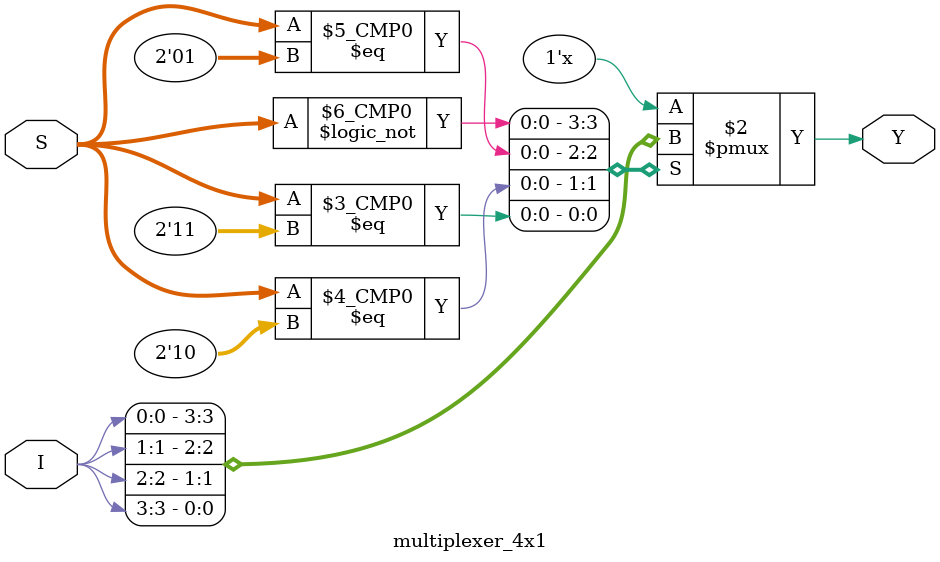
<source format=v>
module multiplexer_4x1(
input [3:0] I,
input [1:0] S,
output reg Y
);
always @(I [3:0])
begin
case (S[1:0])
2'b00: Y = I[0];
2'b01: Y = I[1];
2'b10: Y = I[2];
2'b11: Y = I[3];
endcase
end
endmodule

</source>
